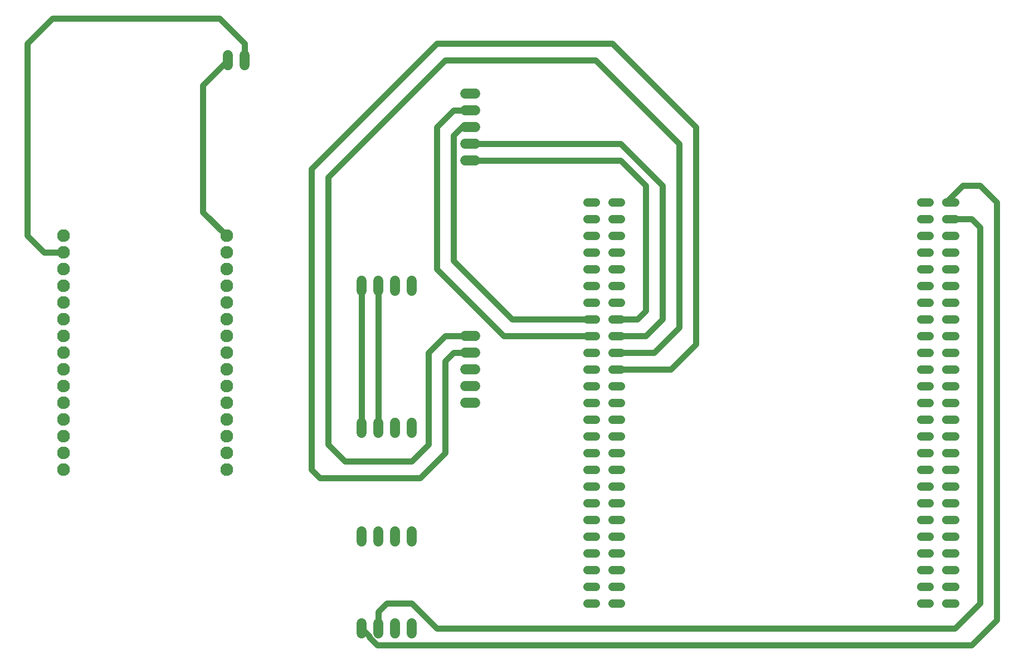
<source format=gbr>
G04 EAGLE Gerber RS-274X export*
G75*
%MOMM*%
%FSLAX34Y34*%
%LPD*%
%INBottom Copper*%
%IPPOS*%
%AMOC8*
5,1,8,0,0,1.08239X$1,22.5*%
G01*
%ADD10C,1.308000*%
%ADD11C,1.524000*%
%ADD12C,1.930400*%
%ADD13C,0.889000*%


D10*
X901700Y88900D02*
X888620Y88900D01*
X927100Y88900D02*
X940180Y88900D01*
X901700Y114300D02*
X888620Y114300D01*
X927100Y114300D02*
X940180Y114300D01*
X901700Y139700D02*
X888620Y139700D01*
X927100Y139700D02*
X940180Y139700D01*
X901700Y165100D02*
X888620Y165100D01*
X927100Y165100D02*
X940180Y165100D01*
X901700Y190500D02*
X888620Y190500D01*
X927100Y190500D02*
X940180Y190500D01*
X901700Y215900D02*
X888620Y215900D01*
X927100Y215900D02*
X940180Y215900D01*
X901700Y241300D02*
X888620Y241300D01*
X927100Y241300D02*
X940180Y241300D01*
X901700Y266700D02*
X888620Y266700D01*
X927100Y266700D02*
X940180Y266700D01*
X901700Y292100D02*
X888620Y292100D01*
X927100Y292100D02*
X940180Y292100D01*
X901700Y317500D02*
X888620Y317500D01*
X927100Y317500D02*
X940180Y317500D01*
X901700Y342900D02*
X888620Y342900D01*
X927100Y342900D02*
X940180Y342900D01*
X901700Y368300D02*
X888620Y368300D01*
X927100Y368300D02*
X940180Y368300D01*
X901700Y393700D02*
X888620Y393700D01*
X927100Y393700D02*
X940180Y393700D01*
X901700Y419100D02*
X888620Y419100D01*
X927100Y419100D02*
X940180Y419100D01*
X901700Y444500D02*
X888620Y444500D01*
X927100Y444500D02*
X940180Y444500D01*
X901700Y469900D02*
X888620Y469900D01*
X927100Y469900D02*
X940180Y469900D01*
X901700Y495300D02*
X888620Y495300D01*
X927100Y495300D02*
X940180Y495300D01*
X901700Y520700D02*
X888620Y520700D01*
X927100Y520700D02*
X940180Y520700D01*
X901700Y546100D02*
X888620Y546100D01*
X927100Y546100D02*
X940180Y546100D01*
X901700Y571500D02*
X888620Y571500D01*
X927100Y571500D02*
X940180Y571500D01*
X901700Y596900D02*
X888620Y596900D01*
X927100Y596900D02*
X940180Y596900D01*
X901700Y622300D02*
X888620Y622300D01*
X927100Y622300D02*
X940180Y622300D01*
X901700Y647700D02*
X888620Y647700D01*
X927100Y647700D02*
X940180Y647700D01*
X901700Y673100D02*
X888620Y673100D01*
X927100Y673100D02*
X940180Y673100D01*
X901700Y698500D02*
X888620Y698500D01*
X927100Y698500D02*
X940180Y698500D01*
X1434500Y88900D02*
X1447580Y88900D01*
X1409100Y88900D02*
X1396020Y88900D01*
X1434500Y114300D02*
X1447580Y114300D01*
X1409100Y114300D02*
X1396020Y114300D01*
X1434500Y139700D02*
X1447580Y139700D01*
X1409100Y139700D02*
X1396020Y139700D01*
X1434500Y165100D02*
X1447580Y165100D01*
X1409100Y165100D02*
X1396020Y165100D01*
X1434500Y190500D02*
X1447580Y190500D01*
X1409100Y190500D02*
X1396020Y190500D01*
X1434500Y215900D02*
X1447580Y215900D01*
X1409100Y215900D02*
X1396020Y215900D01*
X1434500Y241300D02*
X1447580Y241300D01*
X1409100Y241300D02*
X1396020Y241300D01*
X1434500Y266700D02*
X1447580Y266700D01*
X1409100Y266700D02*
X1396020Y266700D01*
X1434500Y292100D02*
X1447580Y292100D01*
X1409100Y292100D02*
X1396020Y292100D01*
X1434500Y317500D02*
X1447580Y317500D01*
X1409100Y317500D02*
X1396020Y317500D01*
X1434500Y342900D02*
X1447580Y342900D01*
X1409100Y342900D02*
X1396020Y342900D01*
X1434500Y368300D02*
X1447580Y368300D01*
X1409100Y368300D02*
X1396020Y368300D01*
X1434500Y393700D02*
X1447580Y393700D01*
X1409100Y393700D02*
X1396020Y393700D01*
X1434500Y419100D02*
X1447580Y419100D01*
X1409100Y419100D02*
X1396020Y419100D01*
X1434500Y444500D02*
X1447580Y444500D01*
X1409100Y444500D02*
X1396020Y444500D01*
X1434500Y469900D02*
X1447580Y469900D01*
X1409100Y469900D02*
X1396020Y469900D01*
X1434500Y495300D02*
X1447580Y495300D01*
X1409100Y495300D02*
X1396020Y495300D01*
X1434500Y520700D02*
X1447580Y520700D01*
X1409100Y520700D02*
X1396020Y520700D01*
X1434500Y546100D02*
X1447580Y546100D01*
X1409100Y546100D02*
X1396020Y546100D01*
X1434500Y571500D02*
X1447580Y571500D01*
X1409100Y571500D02*
X1396020Y571500D01*
X1434500Y596900D02*
X1447580Y596900D01*
X1409100Y596900D02*
X1396020Y596900D01*
X1434500Y622300D02*
X1447580Y622300D01*
X1409100Y622300D02*
X1396020Y622300D01*
X1434500Y647700D02*
X1447580Y647700D01*
X1409100Y647700D02*
X1396020Y647700D01*
X1434500Y673100D02*
X1447580Y673100D01*
X1409100Y673100D02*
X1396020Y673100D01*
X1434500Y698500D02*
X1447580Y698500D01*
X1409100Y698500D02*
X1396020Y698500D01*
D11*
X546100Y579120D02*
X546100Y563880D01*
X571500Y563880D02*
X571500Y579120D01*
X596900Y579120D02*
X596900Y563880D01*
X622300Y563880D02*
X622300Y579120D01*
X546100Y363220D02*
X546100Y347980D01*
X571500Y347980D02*
X571500Y363220D01*
X596900Y363220D02*
X596900Y347980D01*
X622300Y347980D02*
X622300Y363220D01*
X546100Y198120D02*
X546100Y182880D01*
X571500Y182880D02*
X571500Y198120D01*
X596900Y198120D02*
X596900Y182880D01*
X622300Y182880D02*
X622300Y198120D01*
X546100Y58420D02*
X546100Y43180D01*
X571500Y43180D02*
X571500Y58420D01*
X596900Y58420D02*
X596900Y43180D01*
X622300Y43180D02*
X622300Y58420D01*
X703580Y762000D02*
X718820Y762000D01*
X718820Y787400D02*
X703580Y787400D01*
X703580Y812800D02*
X718820Y812800D01*
X718820Y838200D02*
X703580Y838200D01*
X703580Y863600D02*
X718820Y863600D01*
X718820Y495300D02*
X703580Y495300D01*
X703580Y469900D02*
X718820Y469900D01*
X718820Y444500D02*
X703580Y444500D01*
X703580Y419100D02*
X718820Y419100D01*
X718820Y393700D02*
X703580Y393700D01*
X342900Y906780D02*
X342900Y922020D01*
X368300Y922020D02*
X368300Y906780D01*
D12*
X93200Y647800D03*
X93200Y622400D03*
X93200Y597000D03*
X93200Y571600D03*
X93200Y546200D03*
X93200Y520800D03*
X93200Y495400D03*
X93200Y470000D03*
X93200Y444600D03*
X93200Y419200D03*
X93200Y393800D03*
X93200Y368400D03*
X93200Y343000D03*
X93200Y317600D03*
X93200Y292200D03*
X340900Y647800D03*
X340900Y622400D03*
X340900Y597000D03*
X340900Y571600D03*
X340900Y546200D03*
X340900Y520800D03*
X340900Y495400D03*
X340900Y470000D03*
X340900Y444600D03*
X340900Y419200D03*
X340900Y393800D03*
X340900Y368400D03*
X340900Y343000D03*
X340900Y317600D03*
X340900Y292200D03*
D13*
X304800Y876300D02*
X342900Y914400D01*
X304800Y876300D02*
X304800Y683900D01*
X340900Y647800D01*
X368300Y914400D02*
X368300Y939800D01*
X330200Y977900D01*
X76200Y977900D01*
X38100Y939800D02*
X38100Y647700D01*
X63400Y622400D02*
X93200Y622400D01*
X38100Y939800D02*
X76200Y977900D01*
X38100Y647700D02*
X63400Y622400D01*
X762000Y495300D02*
X901700Y495300D01*
X660400Y596900D02*
X660400Y812800D01*
X685800Y838200D01*
X711200Y838200D01*
X660400Y596900D02*
X762000Y495300D01*
X774700Y520700D02*
X901700Y520700D01*
X685800Y609600D02*
X685800Y800100D01*
X698500Y812800D01*
X711200Y812800D01*
X685800Y609600D02*
X774700Y520700D01*
X927100Y495300D02*
X977900Y495300D01*
X1003300Y520700D01*
X1003300Y723900D02*
X939800Y787400D01*
X711200Y787400D01*
X1003300Y723900D02*
X1003300Y520700D01*
X965200Y520700D02*
X927100Y520700D01*
X965200Y520700D02*
X977900Y533400D01*
X977900Y723900D01*
X939800Y762000D01*
X711200Y762000D01*
X927100Y444500D02*
X1016000Y444500D01*
X1054100Y482600D01*
X1054100Y812800D01*
X927100Y939800D02*
X660400Y939800D01*
X469900Y749300D01*
X469900Y292100D01*
X482600Y279400D01*
X635000Y279400D01*
X673100Y317500D01*
X673100Y457200D01*
X685800Y469900D01*
X711200Y469900D01*
X1054100Y812800D02*
X927100Y939800D01*
X927100Y469900D02*
X990600Y469900D01*
X1028700Y508000D01*
X1028700Y787400D01*
X901700Y914400D01*
X673100Y914400D01*
X495300Y736600D01*
X495300Y330200D02*
X520700Y304800D01*
X622300Y304800D01*
X647700Y330200D01*
X647700Y469900D01*
X673100Y495300D01*
X711200Y495300D01*
X495300Y330200D02*
X495300Y736600D01*
X546100Y571500D02*
X546100Y355600D01*
X1434500Y698500D02*
X1459900Y723900D01*
X1485900Y723900D01*
X1511300Y698500D01*
X1511300Y63500D02*
X1473200Y25400D01*
X557911Y37551D02*
X557911Y38989D01*
X546100Y50800D01*
X570062Y25400D02*
X1473200Y25400D01*
X570062Y25400D02*
X557911Y37551D01*
X1511300Y63500D02*
X1511300Y698500D01*
X571500Y571500D02*
X571500Y355600D01*
X1434500Y673100D02*
X1473200Y673100D01*
X1485900Y660400D01*
X1485900Y88900D01*
X1447800Y50800D01*
X660400Y50800D01*
X622300Y88900D01*
X584200Y88900D01*
X571500Y76200D01*
X571500Y50800D01*
M02*

</source>
